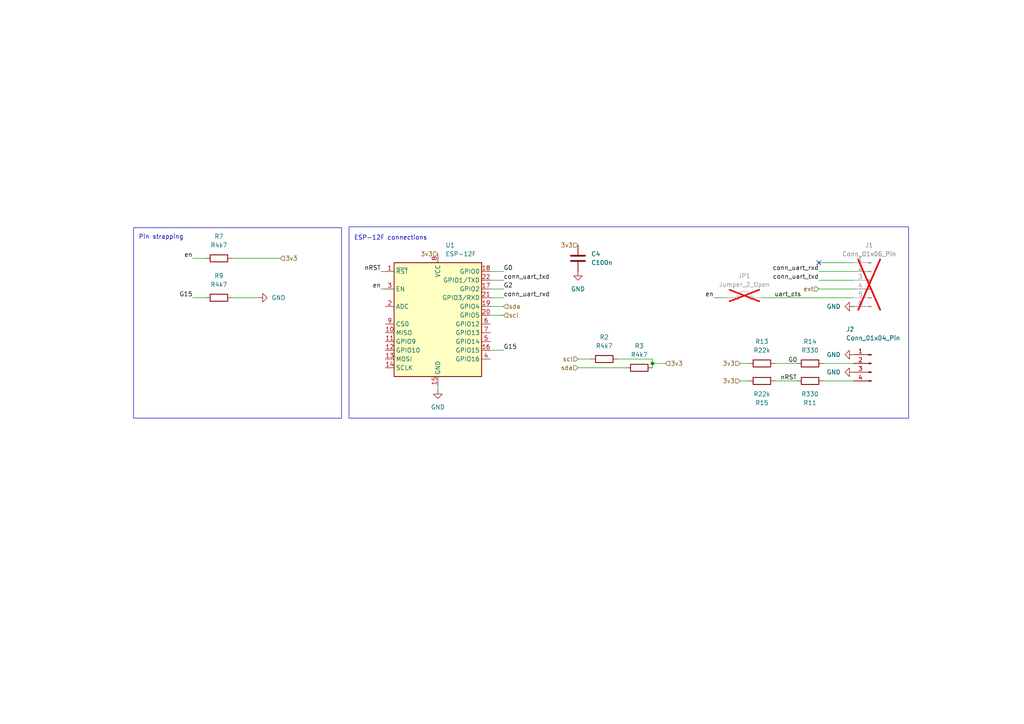
<source format=kicad_sch>
(kicad_sch (version 20231120) (generator "eeschema") (generator_version "8.0")
  (paper "A4")
  (title_block (title "ESP MCU & Interface") (date "2024-08-18") (rev "0") (company "Paisley Microsystems") (comment 1 "Drafted: Matthew Guo") (comment 2 "The design is not to be reproduced, distributed, transferred or sold"))
  (lib_symbols
    (symbol "Connector:Conn_01x04_Pin" (pin_names (offset 1.016) hide)
      (property "Reference" "J" (at 0 5.08 0))
      (property "Value" "Conn_01x04_Pin" (at 0 -7.62 0))
      (symbol "Conn_01x04_Pin_1_1"
        (polyline (pts (xy 1.27 -5.08) (xy 0.8636 -5.08)) (stroke (width 0.1524)))
        (polyline (pts (xy 1.27 -2.54) (xy 0.8636 -2.54)) (stroke (width 0.1524)))
        (polyline (pts (xy 1.27 0) (xy 0.8636 0)) (stroke (width 0.1524)))
        (polyline (pts (xy 1.27 2.54) (xy 0.8636 2.54)) (stroke (width 0.1524)))
        (rectangle (start 0.8636 -4.953) (end 0 -5.207) (stroke (width 0.1524)) (fill (type outline)))
        (rectangle (start 0.8636 -2.413) (end 0 -2.667) (stroke (width 0.1524)) (fill (type outline)))
        (rectangle (start 0.8636 0.127) (end 0 -0.127) (stroke (width 0.1524)) (fill (type outline)))
        (rectangle (start 0.8636 2.667) (end 0 2.413) (stroke (width 0.1524)) (fill (type outline)))
        (pin passive line (at 5.08 2.54 180) (length 3.81) (name "Pin_1") (number "1"))
        (pin passive line (at 5.08 0 180) (length 3.81) (name "Pin_2") (number "2"))
        (pin passive line (at 5.08 -2.54 180) (length 3.81) (name "Pin_3") (number "3"))
        (pin passive line (at 5.08 -5.08 180) (length 3.81) (name "Pin_4") (number "4"))
      )
    )
    (symbol "Connector:Conn_01x06_Pin" (pin_names (offset 1.016) hide)
      (property "Reference" "J" (at 0 7.62 0))
      (property "Value" "Conn_01x06_Pin" (at 0 -10.16 0))
      (symbol "Conn_01x06_Pin_1_1"
        (polyline (pts (xy 1.27 -7.62) (xy 0.8636 -7.62)) (stroke (width 0.1524)))
        (polyline (pts (xy 1.27 -5.08) (xy 0.8636 -5.08)) (stroke (width 0.1524)))
        (polyline (pts (xy 1.27 -2.54) (xy 0.8636 -2.54)) (stroke (width 0.1524)))
        (polyline (pts (xy 1.27 0) (xy 0.8636 0)) (stroke (width 0.1524)))
        (polyline (pts (xy 1.27 2.54) (xy 0.8636 2.54)) (stroke (width 0.1524)))
        (polyline (pts (xy 1.27 5.08) (xy 0.8636 5.08)) (stroke (width 0.1524)))
        (rectangle (start 0.8636 -7.493) (end 0 -7.747) (stroke (width 0.1524)) (fill (type outline)))
        (rectangle (start 0.8636 -4.953) (end 0 -5.207) (stroke (width 0.1524)) (fill (type outline)))
        (rectangle (start 0.8636 -2.413) (end 0 -2.667) (stroke (width 0.1524)) (fill (type outline)))
        (rectangle (start 0.8636 0.127) (end 0 -0.127) (stroke (width 0.1524)) (fill (type outline)))
        (rectangle (start 0.8636 2.667) (end 0 2.413) (stroke (width 0.1524)) (fill (type outline)))
        (rectangle (start 0.8636 5.207) (end 0 4.953) (stroke (width 0.1524)) (fill (type outline)))
        (pin passive line (at 5.08 5.08 180) (length 3.81) (name "Pin_1") (number "1"))
        (pin passive line (at 5.08 2.54 180) (length 3.81) (name "Pin_2") (number "2"))
        (pin passive line (at 5.08 0 180) (length 3.81) (name "Pin_3") (number "3"))
        (pin passive line (at 5.08 -2.54 180) (length 3.81) (name "Pin_4") (number "4"))
        (pin passive line (at 5.08 -5.08 180) (length 3.81) (name "Pin_5") (number "5"))
        (pin passive line (at 5.08 -7.62 180) (length 3.81) (name "Pin_6") (number "6"))
      )
    )
    (symbol "Device:C" (pin_numbers hide) (pin_names (offset 0.254))
      (property "Reference" "C" (at 0.635 2.54 0))
      (property "Value" "C" (at 0.635 -2.54 0))
      (symbol "C_0_1"
        (polyline (pts (xy -2.032 -0.762) (xy 2.032 -0.762)) (stroke (width 0.508)))
        (polyline (pts (xy -2.032 0.762) (xy 2.032 0.762)) (stroke (width 0.508)))
      )
      (symbol "C_1_1"
        (pin passive line (at 0 3.81 270) (length 2.794) (name "~") (number "1"))
        (pin passive line (at 0 -3.81 90) (length 2.794) (name "~") (number "2"))
      )
    )
    (symbol "Device:R" (pin_numbers hide) (pin_names (offset 0))
      (property "Reference" "R" (at 2.032 0 90))
      (property "Value" "R" (at 0 0 90))
      (symbol "R_0_1"
        (rectangle (start -1.016 -2.54) (end 1.016 2.54) (stroke (width 0.254)))
      )
      (symbol "R_1_1"
        (pin passive line (at 0 3.81 270) (length 1.27) (name "~") (number "1"))
        (pin passive line (at 0 -3.81 90) (length 1.27) (name "~") (number "2"))
      )
    )
    (symbol "Jumper:Jumper_2_Open" (pin_numbers hide) (pin_names (offset 0) hide) (exclude_from_sim yes)
      (property "Reference" "JP" (at 0 2.794 0))
      (property "Value" "Jumper_2_Open" (at 0 -2.286 0))
      (symbol "Jumper_2_Open_0_0"
        (circle (center -2.032 0) (radius 0.508))
        (circle (center 2.032 0) (radius 0.508))
      )
      (symbol "Jumper_2_Open_0_1"
        (arc (start 1.524 1.27) (mid 0 1.778) (end -1.524 1.27))
      )
      (symbol "Jumper_2_Open_1_1"
        (pin passive line (at -5.08 0 0) (length 2.54) (name "A") (number "1"))
        (pin passive line (at 5.08 0 180) (length 2.54) (name "B") (number "2"))
      )
    )
    (symbol "RF_Module:ESP-12F"
      (property "Reference" "U" (at -12.7 19.05 0))
      (property "Value" "ESP-12F" (at 12.7 19.05 0))
      (symbol "ESP-12F_0_1"
        (rectangle (start -12.7 17.78) (end 12.7 -15.24) (stroke (width 0.254)) (fill (type background)))
      )
      (symbol "ESP-12F_1_1"
        (pin input line (at -15.24 15.24 0) (length 2.54) (name "~{RST}") (number "1"))
        (pin bidirectional line (at -15.24 -2.54 0) (length 2.54) (name "MISO") (number "10"))
        (pin bidirectional line (at -15.24 -5.08 0) (length 2.54) (name "GPIO9") (number "11"))
        (pin bidirectional line (at -15.24 -7.62 0) (length 2.54) (name "GPIO10") (number "12"))
        (pin bidirectional line (at -15.24 -10.16 0) (length 2.54) (name "MOSI") (number "13"))
        (pin bidirectional line (at -15.24 -12.7 0) (length 2.54) (name "SCLK") (number "14"))
        (pin power_in line (at 0 -17.78 90) (length 2.54) (name "GND") (number "15"))
        (pin bidirectional line (at 15.24 -7.62 180) (length 2.54) (name "GPIO15") (number "16"))
        (pin bidirectional line (at 15.24 10.16 180) (length 2.54) (name "GPIO2") (number "17"))
        (pin bidirectional line (at 15.24 15.24 180) (length 2.54) (name "GPIO0") (number "18"))
        (pin bidirectional line (at 15.24 5.08 180) (length 2.54) (name "GPIO4") (number "19"))
        (pin input line (at -15.24 5.08 0) (length 2.54) (name "ADC") (number "2"))
        (pin bidirectional line (at 15.24 2.54 180) (length 2.54) (name "GPIO5") (number "20"))
        (pin bidirectional line (at 15.24 7.62 180) (length 2.54) (name "GPIO3/RXD") (number "21"))
        (pin bidirectional line (at 15.24 12.7 180) (length 2.54) (name "GPIO1/TXD") (number "22"))
        (pin input line (at -15.24 10.16 0) (length 2.54) (name "EN") (number "3"))
        (pin bidirectional line (at 15.24 -10.16 180) (length 2.54) (name "GPIO16") (number "4"))
        (pin bidirectional line (at 15.24 -5.08 180) (length 2.54) (name "GPIO14") (number "5"))
        (pin bidirectional line (at 15.24 0 180) (length 2.54) (name "GPIO12") (number "6"))
        (pin bidirectional line (at 15.24 -2.54 180) (length 2.54) (name "GPIO13") (number "7"))
        (pin power_in line (at 0 20.32 270) (length 2.54) (name "VCC") (number "8"))
        (pin input line (at -15.24 0 0) (length 2.54) (name "CS0") (number "9"))
      )
    )
    (symbol "power:GND" (power) (pin_numbers hide) (pin_names (offset 0) hide)
      (property "Value" "GND" (at 0 -3.81 0))
      (symbol "GND_0_1"
        (polyline (pts (xy 0 0) (xy 0 -1.27) (xy 1.27 -1.27) (xy 0 -2.54) (xy -1.27 -1.27) (xy 0 -1.27)))
      )
      (symbol "GND_1_1"
        (pin power_in line (at 0 0 270) (length 0) (name "~") (number "1"))
      )
    )
  )
  (junction (at 189.23 105.41))
  (no_connect (at 237.49 76.2))
  (wire (pts (xy 189.23 105.41) (xy 189.23 106.68)))
  (wire (pts (xy 167.64 104.14) (xy 171.45 104.14)))
  (wire (pts (xy 224.79 105.41) (xy 231.14 105.41)))
  (wire (pts (xy 110.49 83.82) (xy 111.76 83.82)))
  (wire (pts (xy 193.04 105.41) (xy 189.23 105.41)))
  (wire (pts (xy 189.23 104.14) (xy 189.23 105.41)))
  (wire (pts (xy 142.24 88.9) (xy 146.05 88.9)))
  (wire (pts (xy 224.79 110.49) (xy 231.14 110.49)))
  (wire (pts (xy 238.76 105.41) (xy 247.65 105.41)))
  (wire (pts (xy 142.24 81.28) (xy 146.05 81.28)))
  (wire (pts (xy 74.93 86.36) (xy 67.31 86.36)))
  (wire (pts (xy 142.24 91.44) (xy 146.05 91.44)))
  (wire (pts (xy 214.63 110.49) (xy 217.17 110.49)))
  (wire (pts (xy 179.07 104.14) (xy 189.23 104.14)))
  (wire (pts (xy 237.49 78.74) (xy 247.65 78.74)))
  (wire (pts (xy 237.49 81.28) (xy 247.65 81.28)))
  (wire (pts (xy 142.24 86.36) (xy 146.05 86.36)))
  (wire (pts (xy 142.24 101.6) (xy 146.05 101.6)))
  (wire (pts (xy 127 113.03) (xy 127 111.76)))
  (wire (pts (xy 67.31 74.93) (xy 81.28 74.93)))
  (wire (pts (xy 237.49 76.2) (xy 247.65 76.2)))
  (wire (pts (xy 110.49 78.74) (xy 111.76 78.74)))
  (wire (pts (xy 55.88 86.36) (xy 59.69 86.36)))
  (wire (pts (xy 238.76 110.49) (xy 247.65 110.49)))
  (wire (pts (xy 237.49 83.82) (xy 247.65 83.82)))
  (wire (pts (xy 217.17 105.41) (xy 214.63 105.41)))
  (wire (pts (xy 142.24 83.82) (xy 146.05 83.82)))
  (wire (pts (xy 220.98 86.36) (xy 247.65 86.36)))
  (wire (pts (xy 142.24 78.74) (xy 146.05 78.74)))
  (wire (pts (xy 167.64 106.68) (xy 181.61 106.68)))
  (wire (pts (xy 55.88 74.93) (xy 59.69 74.93)))
  (wire (pts (xy 207.01 86.36) (xy 210.82 86.36)))
  (rectangle (start 38.735 66.04) (end 99.06 121.285))
  (rectangle (start 101.219 65.786) (end 263.525 121.285))
  (text "Pin strapping" (at 46.736 68.834 0) (effects (font (size 1.27 1.27))))
  (text "ESP-12F connections" (at 113.284 69.088 0) (effects (font (size 1.27 1.27))))
  (label "conn_uart_txd" (at 237.49 81.28 180))
  (label "G0" (at 146.05 78.74 0))
  (label "nRST" (at 231.14 110.49 180))
  (label "conn_uart_rxd" (at 146.05 86.36 0))
  (label "G0" (at 228.6 105.41 0))
  (label "G15" (at 146.05 101.6 0))
  (label "en" (at 207.01 86.36 180))
  (label "G15" (at 55.88 86.36 180))
  (label "en" (at 110.49 83.82 180))
  (label "G2" (at 146.05 83.82 0))
  (label "conn_uart_txd" (at 146.05 81.28 0))
  (label "uart_cts" (at 232.41 86.36 180))
  (label "nRST" (at 110.49 78.74 180))
  (label "conn_uart_rxd" (at 237.49 78.74 180))
  (label "en" (at 55.88 74.93 180))
  (hierarchical_label "3v3" (shape input) (at 214.63 105.41 180))
  (hierarchical_label "3v3" (shape input) (at 81.28 74.93 0))
  (hierarchical_label "sda" (shape input) (at 167.64 106.68 180))
  (hierarchical_label "scl" (shape input) (at 146.05 91.44 0))
  (hierarchical_label "ext" (shape input) (at 237.49 83.82 180))
  (hierarchical_label "3v3" (shape input) (at 127 73.66 180))
  (hierarchical_label "3v3" (shape input) (at 214.63 110.49 180))
  (hierarchical_label "scl" (shape input) (at 167.64 104.14 180))
  (hierarchical_label "3v3" (shape input) (at 167.64 71.12 180))
  (hierarchical_label "sda" (shape input) (at 146.05 88.9 0))
  (hierarchical_label "3v3" (shape input) (at 193.04 105.41 0))
  (symbol (lib_id "Device:R") (at 234.95 105.41 90) (unit 1)
    (property "Reference" "R14" (at 234.95 99.06 90))
    (property "Value" "R330" (at 234.95 101.6 90))
    (property "Footprint" "Resistor_SMD:R_0402_1005Metric" (effects (hide yes)))
    (property "Description" "Resistor" (effects (hide yes)))
    (property "LCSC" "C25104" (effects (hide yes)))
  )
  (symbol (lib_id "power:GND") (at 127 113.03 0) (unit 1)
    (property "Reference" "#PWR04" (effects (hide yes)))
    (property "Value" "GND" (at 127 118.11 0))
    (property "Description" "Power symbol creates a global label with name \"GND\" , ground" (effects (hide yes)))
  )
  (symbol (lib_id "RF_Module:ESP-12F") (at 127 93.98 0) (unit 1)
    (property "Reference" "U1" (at 129.1941 71.12 0) (effects (justify left)))
    (property "Value" "ESP-12F" (at 129.1941 73.66 0) (effects (justify left)))
    (property "Footprint" "RF_Module:ESP-12E" (effects (hide yes)))
    (property "Datasheet" "http://wiki.ai-thinker.com/_media/esp8266/esp8266_series_modules_user_manual_v1.1.pdf" (effects (hide yes)))
    (property "Description" "802.11 b/g/n Wi-Fi Module" (effects (hide yes)))
    (property "LCSC" "C82891" (effects (hide yes)))
  )
  (symbol (lib_id "Device:R") (at 220.98 110.49 270) (mirror x) (unit 1)
    (property "Reference" "R15" (at 220.98 116.84 90))
    (property "Value" "R22k" (at 220.98 114.3 90))
    (property "Footprint" "Resistor_SMD:R_0402_1005Metric" (effects (hide yes)))
    (property "Description" "Resistor" (effects (hide yes)))
    (property "LCSC" "C82868" (effects (hide yes)))
  )
  (symbol (lib_id "power:GND") (at 247.65 88.9 270) (unit 1)
    (property "Reference" "#PWR05" (effects (hide yes)))
    (property "Value" "GND" (at 243.84 88.8999 90) (effects (justify right)))
    (property "Description" "Power symbol creates a global label with name \"GND\" , ground" (effects (hide yes)))
  )
  (symbol (lib_id "Device:C") (at 167.64 74.93 0) (unit 1)
    (property "Reference" "C4" (at 171.45 73.6599 0) (effects (justify left)))
    (property "Value" "C100n" (at 171.45 76.1999 0) (effects (justify left)))
    (property "Footprint" "Capacitor_SMD:C_0402_1005Metric" (effects (hide yes)))
    (property "Description" "Unpolarized capacitor" (effects (hide yes)))
    (property "LCSC" "C60474" (effects (hide yes)))
  )
  (symbol (lib_id "Device:R") (at 185.42 106.68 90) (unit 1)
    (property "Reference" "R3" (at 185.42 100.33 90))
    (property "Value" "R4k7" (at 185.42 102.87 90))
    (property "Footprint" "Resistor_SMD:R_0402_1005Metric" (effects (hide yes)))
    (property "Description" "Resistor" (effects (hide yes)))
    (property "LCSC" "C25940" (effects (hide yes)))
  )
  (symbol (lib_id "Jumper:Jumper_2_Open") (at 215.9 86.36 0) (unit 1) (exclude_from_sim yes) (dnp yes)
    (property "Reference" "JP1" (at 215.9 80.01 0))
    (property "Value" "Jumper_2_Open" (at 215.9 82.55 0))
    (property "Footprint" "Jumper:SolderJumper-2_P1.3mm_Open_TrianglePad1.0x1.5mm" (effects (hide yes)))
    (property "Description" "Jumper, 2-pole, open" (effects (hide yes)))
  )
  (symbol (lib_id "Device:R") (at 220.98 105.41 90) (unit 1)
    (property "Reference" "R13" (at 220.98 99.06 90))
    (property "Value" "R22k" (at 220.98 101.6 90))
    (property "Footprint" "Resistor_SMD:R_0402_1005Metric" (effects (hide yes)))
    (property "Description" "Resistor" (effects (hide yes)))
    (property "LCSC" "C82868" (effects (hide yes)))
  )
  (symbol (lib_id "Connector:Conn_01x04_Pin") (at 252.73 105.41 0) (mirror y) (unit 1)
    (property "Reference" "J2" (at 245.364 95.504 0) (effects (justify right)))
    (property "Value" "Conn_01x04_Pin" (at 245.364 98.044 0) (effects (justify right)))
    (property "Footprint" "Connector_PinHeader_2.54mm:PinHeader_1x04_P2.54mm_Vertical" (effects (hide yes)))
    (property "Description" "Generic connector, single row, 01x04, script generated" (effects (hide yes)))
    (property "LCSC" "C6332197" (effects (hide yes)))
  )
  (symbol (lib_id "Device:R") (at 63.5 74.93 90) (unit 1)
    (property "Reference" "R7" (at 63.5 68.58 90))
    (property "Value" "R4k7" (at 63.5 71.12 90))
    (property "Footprint" "Resistor_SMD:R_0402_1005Metric" (effects (hide yes)))
    (property "Description" "Resistor" (effects (hide yes)))
    (property "LCSC" "C25940" (effects (hide yes)))
  )
  (symbol (lib_id "Device:R") (at 175.26 104.14 90) (unit 1)
    (property "Reference" "R2" (at 175.26 97.79 90))
    (property "Value" "R4k7" (at 175.26 100.33 90))
    (property "Footprint" "Resistor_SMD:R_0402_1005Metric" (effects (hide yes)))
    (property "Description" "Resistor" (effects (hide yes)))
    (property "LCSC" "C25940" (effects (hide yes)))
  )
  (symbol (lib_id "power:GND") (at 167.64 78.74 0) (unit 1)
    (property "Reference" "#PWR03" (effects (hide yes)))
    (property "Value" "GND" (at 167.64 83.82 0))
    (property "Description" "Power symbol creates a global label with name \"GND\" , ground" (effects (hide yes)))
  )
  (symbol (lib_id "power:GND") (at 247.65 102.87 270) (mirror x) (unit 1)
    (property "Reference" "#PWR07" (effects (hide yes)))
    (property "Value" "GND" (at 243.84 102.8699 90) (effects (justify right)))
    (property "Description" "Power symbol creates a global label with name \"GND\" , ground" (effects (hide yes)))
  )
  (symbol (lib_id "Device:R") (at 234.95 110.49 90) (mirror x) (unit 1)
    (property "Reference" "R11" (at 234.95 116.84 90))
    (property "Value" "R330" (at 234.95 114.3 90))
    (property "Footprint" "Resistor_SMD:R_0402_1005Metric" (effects (hide yes)))
    (property "Description" "Resistor" (effects (hide yes)))
    (property "LCSC" "C25104" (effects (hide yes)))
  )
  (symbol (lib_id "power:GND") (at 247.65 107.95 270) (mirror x) (unit 1)
    (property "Reference" "#PWR012" (effects (hide yes)))
    (property "Value" "GND" (at 243.84 107.9499 90) (effects (justify right)))
    (property "Description" "Power symbol creates a global label with name \"GND\" , ground" (effects (hide yes)))
  )
  (symbol (lib_id "Connector:Conn_01x06_Pin") (at 252.73 81.28 0) (mirror y) (unit 1) (in_bom no) (dnp yes)
    (property "Reference" "J1" (at 252.095 71.12 0))
    (property "Value" "Conn_01x06_Pin" (at 252.095 73.66 0))
    (property "Footprint" "Connector_PinHeader_2.54mm:PinHeader_1x06_P2.54mm_Vertical" (effects (hide yes)))
    (property "Description" "Generic connector, single row, 01x06, script generated" (effects (hide yes)))
  )
  (symbol (lib_id "Device:R") (at 63.5 86.36 90) (unit 1)
    (property "Reference" "R9" (at 63.5 80.01 90))
    (property "Value" "R4k7" (at 63.5 82.55 90))
    (property "Footprint" "Resistor_SMD:R_0402_1005Metric" (effects (hide yes)))
    (property "Description" "Resistor" (effects (hide yes)))
    (property "LCSC" "C25940" (effects (hide yes)))
  )
  (symbol (lib_id "power:GND") (at 74.93 86.36 90) (unit 1)
    (property "Reference" "#PWR06" (effects (hide yes)))
    (property "Value" "GND" (at 78.74 86.3599 90) (effects (justify right)))
    (property "Description" "Power symbol creates a global label with name \"GND\" , ground" (effects (hide yes)))
  )
)
</source>
